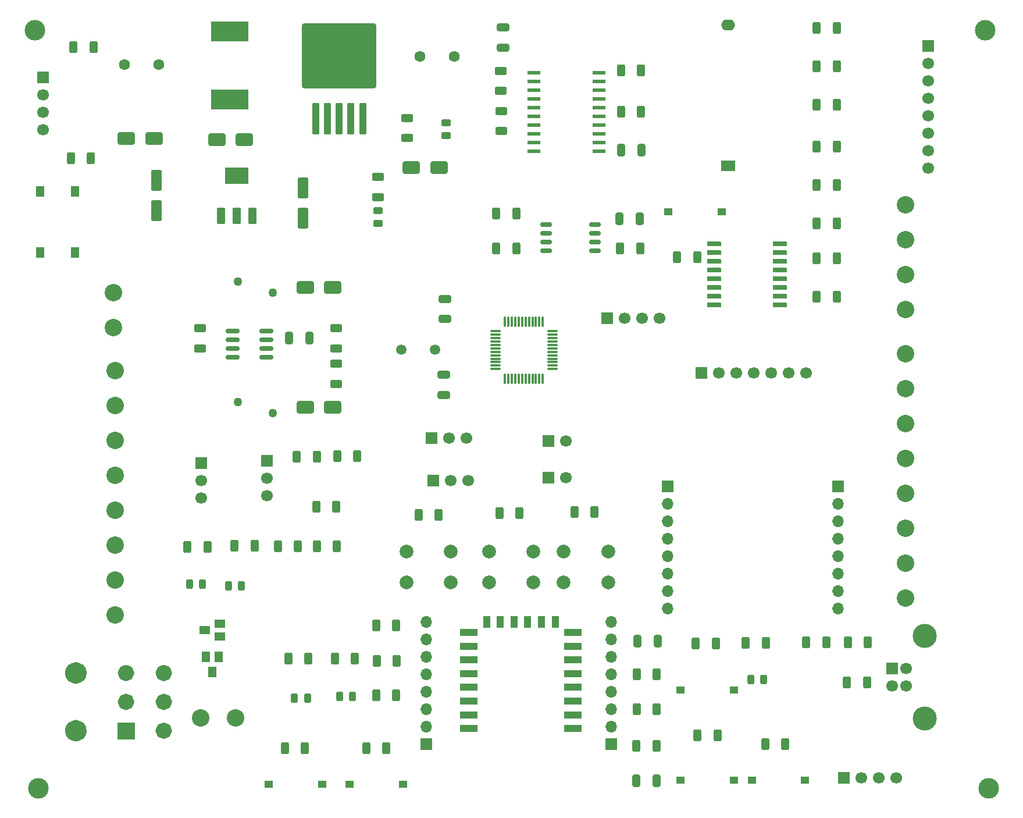
<source format=gbr>
%TF.GenerationSoftware,KiCad,Pcbnew,9.0.1*%
%TF.CreationDate,2025-08-26T10:13:58+03:00*%
%TF.ProjectId,Control_board,436f6e74-726f-46c5-9f62-6f6172642e6b,rev?*%
%TF.SameCoordinates,Original*%
%TF.FileFunction,Soldermask,Top*%
%TF.FilePolarity,Negative*%
%FSLAX46Y46*%
G04 Gerber Fmt 4.6, Leading zero omitted, Abs format (unit mm)*
G04 Created by KiCad (PCBNEW 9.0.1) date 2025-08-26 10:13:58*
%MOMM*%
%LPD*%
G01*
G04 APERTURE LIST*
G04 Aperture macros list*
%AMRoundRect*
0 Rectangle with rounded corners*
0 $1 Rounding radius*
0 $2 $3 $4 $5 $6 $7 $8 $9 X,Y pos of 4 corners*
0 Add a 4 corners polygon primitive as box body*
4,1,4,$2,$3,$4,$5,$6,$7,$8,$9,$2,$3,0*
0 Add four circle primitives for the rounded corners*
1,1,$1+$1,$2,$3*
1,1,$1+$1,$4,$5*
1,1,$1+$1,$6,$7*
1,1,$1+$1,$8,$9*
0 Add four rect primitives between the rounded corners*
20,1,$1+$1,$2,$3,$4,$5,0*
20,1,$1+$1,$4,$5,$6,$7,0*
20,1,$1+$1,$6,$7,$8,$9,0*
20,1,$1+$1,$8,$9,$2,$3,0*%
G04 Aperture macros list end*
%ADD10C,0.010000*%
%ADD11C,1.226200*%
%ADD12C,1.576200*%
%ADD13C,3.500000*%
%ADD14C,1.700000*%
%ADD15R,1.700000X1.700000*%
%ADD16C,1.500000*%
%ADD17C,3.000000*%
%ADD18RoundRect,0.162500X-0.650000X-0.162500X0.650000X-0.162500X0.650000X0.162500X-0.650000X0.162500X0*%
%ADD19RoundRect,0.250000X0.300000X-2.050000X0.300000X2.050000X-0.300000X2.050000X-0.300000X-2.050000X0*%
%ADD20RoundRect,0.250002X5.149998X-4.449998X5.149998X4.449998X-5.149998X4.449998X-5.149998X-4.449998X0*%
%ADD21RoundRect,0.250000X0.312500X0.625000X-0.312500X0.625000X-0.312500X-0.625000X0.312500X-0.625000X0*%
%ADD22RoundRect,0.250000X0.650000X-0.325000X0.650000X0.325000X-0.650000X0.325000X-0.650000X-0.325000X0*%
%ADD23RoundRect,0.250000X0.325000X0.650000X-0.325000X0.650000X-0.325000X-0.650000X0.325000X-0.650000X0*%
%ADD24R,1.250000X1.000000*%
%ADD25RoundRect,0.243750X0.456250X-0.243750X0.456250X0.243750X-0.456250X0.243750X-0.456250X-0.243750X0*%
%ADD26RoundRect,0.250000X-0.312500X-0.625000X0.312500X-0.625000X0.312500X0.625000X-0.312500X0.625000X0*%
%ADD27RoundRect,0.243750X-0.243750X-0.456250X0.243750X-0.456250X0.243750X0.456250X-0.243750X0.456250X0*%
%ADD28C,1.270000*%
%ADD29R,5.400000X2.900000*%
%ADD30RoundRect,0.250000X-0.325000X-0.650000X0.325000X-0.650000X0.325000X0.650000X-0.325000X0.650000X0*%
%ADD31RoundRect,0.250000X-1.000000X-0.650000X1.000000X-0.650000X1.000000X0.650000X-1.000000X0.650000X0*%
%ADD32R,1.879600X0.533400*%
%ADD33RoundRect,0.250000X0.625000X-0.312500X0.625000X0.312500X-0.625000X0.312500X-0.625000X-0.312500X0*%
%ADD34RoundRect,0.250000X0.550000X-1.250000X0.550000X1.250000X-0.550000X1.250000X-0.550000X-1.250000X0*%
%ADD35C,2.540000*%
%ADD36RoundRect,0.250000X-0.625000X0.312500X-0.625000X-0.312500X0.625000X-0.312500X0.625000X0.312500X0*%
%ADD37C,2.000000*%
%ADD38RoundRect,0.102000X0.500000X0.700000X-0.500000X0.700000X-0.500000X-0.700000X0.500000X-0.700000X0*%
%ADD39RoundRect,0.150000X-0.825000X-0.150000X0.825000X-0.150000X0.825000X0.150000X-0.825000X0.150000X0*%
%ADD40RoundRect,0.250000X-0.650000X0.325000X-0.650000X-0.325000X0.650000X-0.325000X0.650000X0.325000X0*%
%ADD41RoundRect,0.102000X0.700000X-0.500000X0.700000X0.500000X-0.700000X0.500000X-0.700000X-0.500000X0*%
%ADD42RoundRect,0.250000X1.000000X0.650000X-1.000000X0.650000X-1.000000X-0.650000X1.000000X-0.650000X0*%
%ADD43RoundRect,0.102000X-0.901700X-0.266700X0.901700X-0.266700X0.901700X0.266700X-0.901700X0.266700X0*%
%ADD44C,1.600000*%
%ADD45R,2.500000X1.000000*%
%ADD46R,1.000000X1.800000*%
%ADD47R,1.300000X1.500000*%
%ADD48O,1.700000X1.700000*%
%ADD49RoundRect,0.075000X-0.662500X-0.075000X0.662500X-0.075000X0.662500X0.075000X-0.662500X0.075000X0*%
%ADD50RoundRect,0.075000X-0.075000X-0.662500X0.075000X-0.662500X0.075000X0.662500X-0.075000X0.662500X0*%
%ADD51RoundRect,0.102000X0.475000X-1.075000X0.475000X1.075000X-0.475000X1.075000X-0.475000X-1.075000X0*%
%ADD52RoundRect,0.102000X1.625000X-1.075000X1.625000X1.075000X-1.625000X1.075000X-1.625000X-1.075000X0*%
%ADD53R,2.000000X1.600000*%
%ADD54O,2.000000X1.600000*%
G04 APERTURE END LIST*
D10*
%TO.C,J6*%
X80509800Y-149173800D02*
X78057400Y-149173800D01*
X78057400Y-146721400D01*
X80509800Y-146721400D01*
X80509800Y-149173800D01*
G36*
X80509800Y-149173800D02*
G01*
X78057400Y-149173800D01*
X78057400Y-146721400D01*
X80509800Y-146721400D01*
X80509800Y-149173800D01*
G37*
D11*
X85396700Y-147947600D02*
G75*
G02*
X84170500Y-147947600I-613100J0D01*
G01*
X84170500Y-147947600D02*
G75*
G02*
X85396700Y-147947600I613100J0D01*
G01*
X85396700Y-143747600D02*
G75*
G02*
X84170500Y-143747600I-613100J0D01*
G01*
X84170500Y-143747600D02*
G75*
G02*
X85396700Y-143747600I613100J0D01*
G01*
X85396700Y-139547600D02*
G75*
G02*
X84170500Y-139547600I-613100J0D01*
G01*
X84170500Y-139547600D02*
G75*
G02*
X85396700Y-139547600I613100J0D01*
G01*
X79896700Y-143747600D02*
G75*
G02*
X78670500Y-143747600I-613100J0D01*
G01*
X78670500Y-143747600D02*
G75*
G02*
X79896700Y-143747600I613100J0D01*
G01*
X79896700Y-139547600D02*
G75*
G02*
X78670500Y-139547600I-613100J0D01*
G01*
X78670500Y-139547600D02*
G75*
G02*
X79896700Y-139547600I613100J0D01*
G01*
D12*
X72771700Y-147947600D02*
G75*
G02*
X71195500Y-147947600I-788100J0D01*
G01*
X71195500Y-147947600D02*
G75*
G02*
X72771700Y-147947600I788100J0D01*
G01*
X72771700Y-139547600D02*
G75*
G02*
X71195500Y-139547600I-788100J0D01*
G01*
X71195500Y-139547600D02*
G75*
G02*
X72771700Y-139547600I788100J0D01*
G01*
%TD*%
D13*
%TO.C,J8*%
X195565600Y-146157200D03*
X195565600Y-134117200D03*
D14*
X192855600Y-138887200D03*
X192855600Y-141387200D03*
X190855600Y-141387200D03*
D15*
X190855600Y-138887200D03*
%TD*%
D16*
%TO.C,Y1*%
X124268400Y-92456000D03*
X119368400Y-92456000D03*
%TD*%
D17*
%TO.C,H1*%
X204339200Y-45974000D03*
%TD*%
%TO.C,H2*%
X204876400Y-156311600D03*
%TD*%
%TO.C,H3*%
X66526400Y-156311600D03*
%TD*%
%TO.C,H4*%
X65989200Y-45974000D03*
%TD*%
%TO.C,J6*%
X71983600Y-147947600D03*
X71983600Y-139547600D03*
%TD*%
D18*
%TO.C,U1*%
X147594900Y-74309400D03*
X147594900Y-75579400D03*
X147594900Y-76849400D03*
X147594900Y-78119400D03*
X140419900Y-78119400D03*
X140419900Y-76849400D03*
X140419900Y-75579400D03*
X140419900Y-74309400D03*
%TD*%
D19*
%TO.C,U2*%
X113736400Y-58842500D03*
X112036400Y-58842500D03*
D20*
X110336400Y-49692500D03*
D19*
X110336400Y-58842500D03*
X108636400Y-58842500D03*
X106936400Y-58842500D03*
%TD*%
D21*
%TO.C,R2*%
X136109900Y-72669400D03*
X133184900Y-72669400D03*
%TD*%
D22*
%TO.C,C6*%
X134137400Y-48566600D03*
X134137400Y-45616600D03*
%TD*%
D21*
%TO.C,R18*%
X182767700Y-84785200D03*
X179842700Y-84785200D03*
%TD*%
D23*
%TO.C,C1*%
X154040100Y-73482200D03*
X151090100Y-73482200D03*
%TD*%
D24*
%TO.C,SW1*%
X158240500Y-72390000D03*
X165990500Y-72390000D03*
%TD*%
D15*
%TO.C,JP3*%
X140817600Y-105816400D03*
D14*
X143357600Y-105816400D03*
%TD*%
D25*
%TO.C,D3*%
X125907800Y-61309300D03*
X125907800Y-59434300D03*
%TD*%
D26*
%TO.C,R36*%
X162483300Y-148640800D03*
X165408300Y-148640800D03*
%TD*%
D27*
%TO.C,D11*%
X170235400Y-140512800D03*
X172110400Y-140512800D03*
%TD*%
D26*
%TO.C,R43*%
X153568400Y-150114000D03*
X156493400Y-150114000D03*
%TD*%
%TO.C,R30*%
X106995500Y-115316000D03*
X109920500Y-115316000D03*
%TD*%
D28*
%TO.C,TH1*%
X95581400Y-100114200D03*
X100681400Y-101714200D03*
%TD*%
D21*
%TO.C,R5*%
X118607300Y-142748000D03*
X115682300Y-142748000D03*
%TD*%
D29*
%TO.C,L1*%
X94386400Y-56052500D03*
X94386400Y-46152500D03*
%TD*%
D30*
%TO.C,C11*%
X153564800Y-155244800D03*
X156514800Y-155244800D03*
%TD*%
D15*
%TO.C,JP1*%
X90220800Y-108966000D03*
D14*
X90220800Y-111506000D03*
X90220800Y-114046000D03*
%TD*%
D15*
%TO.C,J1*%
X196037200Y-48260000D03*
D14*
X196037200Y-50800000D03*
X196037200Y-53340000D03*
X196037200Y-55880000D03*
X196037200Y-58420000D03*
X196037200Y-60960000D03*
X196037200Y-63500000D03*
X196037200Y-66040000D03*
%TD*%
D31*
%TO.C,D6*%
X105372400Y-100914200D03*
X109372400Y-100914200D03*
%TD*%
D32*
%TO.C,U8*%
X138639500Y-52171600D03*
X138639500Y-53441600D03*
X138639500Y-54711600D03*
X138639500Y-55981600D03*
X138639500Y-57251600D03*
X138639500Y-58521600D03*
X138639500Y-59791600D03*
X138639500Y-61061600D03*
X138639500Y-62331600D03*
X138639500Y-63601600D03*
X148113700Y-63601600D03*
X148113700Y-62331600D03*
X148113700Y-61061600D03*
X148113700Y-59791600D03*
X148113700Y-58521600D03*
X148113700Y-57251600D03*
X148113700Y-55981600D03*
X148113700Y-54711600D03*
X148113700Y-53441600D03*
X148113700Y-52171600D03*
%TD*%
D15*
%TO.C,JP6*%
X123799600Y-105359200D03*
D14*
X126339600Y-105359200D03*
X128879600Y-105359200D03*
%TD*%
D15*
%TO.C,JP2*%
X99771200Y-108661200D03*
D14*
X99771200Y-111201200D03*
X99771200Y-113741200D03*
%TD*%
D26*
%TO.C,R35*%
X178318700Y-135077200D03*
X181243700Y-135077200D03*
%TD*%
D33*
%TO.C,R4*%
X120192800Y-61694300D03*
X120192800Y-58769300D03*
%TD*%
D28*
%TO.C,TH2*%
X95581400Y-82626200D03*
X100681400Y-84226200D03*
%TD*%
D21*
%TO.C,R12*%
X182767700Y-56845200D03*
X179842700Y-56845200D03*
%TD*%
%TO.C,R39*%
X165140100Y-135269700D03*
X162215100Y-135269700D03*
%TD*%
D26*
%TO.C,R45*%
X114241200Y-150469600D03*
X117166200Y-150469600D03*
%TD*%
%TO.C,R29*%
X107057000Y-121107200D03*
X109982000Y-121107200D03*
%TD*%
D27*
%TO.C,D13*%
X110371600Y-142951200D03*
X112246600Y-142951200D03*
%TD*%
D34*
%TO.C,C4*%
X105054400Y-73335500D03*
X105054400Y-68935500D03*
%TD*%
D33*
%TO.C,R32*%
X133858000Y-54842600D03*
X133858000Y-51917600D03*
%TD*%
D26*
%TO.C,R24*%
X71232300Y-64668400D03*
X74157300Y-64668400D03*
%TD*%
D35*
%TO.C,J4*%
X77673200Y-95554800D03*
X77673200Y-100634800D03*
X77673200Y-105714800D03*
X77673200Y-110794800D03*
X77693200Y-115874800D03*
X77693200Y-120954800D03*
X77693200Y-126034800D03*
X77693200Y-131114800D03*
%TD*%
D36*
%TO.C,R6*%
X115976400Y-67354500D03*
X115976400Y-70279500D03*
%TD*%
D37*
%TO.C,SW9*%
X143007400Y-121854400D03*
X149507400Y-121854400D03*
X143007400Y-126354400D03*
X149507400Y-126354400D03*
%TD*%
D26*
%TO.C,R33*%
X184374600Y-135077200D03*
X187299600Y-135077200D03*
%TD*%
D31*
%TO.C,D5*%
X105372400Y-83426200D03*
X109372400Y-83426200D03*
%TD*%
D22*
%TO.C,C9*%
X125730000Y-88040000D03*
X125730000Y-85090000D03*
%TD*%
D26*
%TO.C,R50*%
X144575800Y-116128800D03*
X147500800Y-116128800D03*
%TD*%
D38*
%TO.C,T1*%
X92781200Y-137210800D03*
X90881200Y-137210800D03*
X91831200Y-139410800D03*
%TD*%
D21*
%TO.C,R41*%
X118719600Y-137769600D03*
X115794600Y-137769600D03*
%TD*%
%TO.C,R44*%
X118618000Y-132638800D03*
X115693000Y-132638800D03*
%TD*%
%TO.C,R7*%
X154279600Y-51866800D03*
X151354600Y-51866800D03*
%TD*%
D39*
%TO.C,U10*%
X94807000Y-89789000D03*
X94807000Y-91059000D03*
X94807000Y-92329000D03*
X94807000Y-93599000D03*
X99757000Y-93599000D03*
X99757000Y-92329000D03*
X99757000Y-91059000D03*
X99757000Y-89789000D03*
%TD*%
D26*
%TO.C,R28*%
X88210200Y-121158000D03*
X91135200Y-121158000D03*
%TD*%
%TO.C,R47*%
X109677200Y-137464800D03*
X112602200Y-137464800D03*
%TD*%
D24*
%TO.C,SW6*%
X111842400Y-155702000D03*
X119592400Y-155702000D03*
%TD*%
D15*
%TO.C,U9*%
X149301200Y-87884000D03*
D14*
X151841200Y-87884000D03*
X154381200Y-87884000D03*
X156921200Y-87884000D03*
%TD*%
D27*
%TO.C,D8*%
X88572100Y-126644400D03*
X90447100Y-126644400D03*
%TD*%
D21*
%TO.C,R11*%
X182767700Y-51257200D03*
X179842700Y-51257200D03*
%TD*%
D26*
%TO.C,R26*%
X172335000Y-149910800D03*
X175260000Y-149910800D03*
%TD*%
D37*
%TO.C,SW8*%
X132110800Y-121854400D03*
X138610800Y-121854400D03*
X132110800Y-126354400D03*
X138610800Y-126354400D03*
%TD*%
D26*
%TO.C,R48*%
X121890600Y-116535200D03*
X124815600Y-116535200D03*
%TD*%
D33*
%TO.C,R20*%
X109880400Y-92282200D03*
X109880400Y-89357200D03*
%TD*%
D36*
%TO.C,R21*%
X90068400Y-89357200D03*
X90068400Y-92282200D03*
%TD*%
D35*
%TO.C,J3*%
X77466800Y-84176800D03*
X77466800Y-89256800D03*
%TD*%
D21*
%TO.C,R38*%
X156544200Y-139750800D03*
X153619200Y-139750800D03*
%TD*%
D30*
%TO.C,C12*%
X153719000Y-134924800D03*
X156669000Y-134924800D03*
%TD*%
D37*
%TO.C,SW7*%
X120092400Y-121854400D03*
X126592400Y-121854400D03*
X120092400Y-126354400D03*
X126592400Y-126354400D03*
%TD*%
D40*
%TO.C,C8*%
X125576300Y-96135600D03*
X125576300Y-99085600D03*
%TD*%
D21*
%TO.C,R16*%
X182767700Y-74117200D03*
X179842700Y-74117200D03*
%TD*%
D35*
%TO.C,J2*%
X192790000Y-86645100D03*
X192790000Y-81565100D03*
X192790000Y-76485100D03*
X192790000Y-71405100D03*
%TD*%
D15*
%TO.C,JP5*%
X124053600Y-111506000D03*
D14*
X126593600Y-111506000D03*
X129133600Y-111506000D03*
%TD*%
D24*
%TO.C,SW4*%
X160005800Y-155143200D03*
X167755800Y-155143200D03*
%TD*%
D21*
%TO.C,R3*%
X136109900Y-77749400D03*
X133184900Y-77749400D03*
%TD*%
D35*
%TO.C,J9*%
X90171300Y-146053200D03*
X95251300Y-146053200D03*
%TD*%
D26*
%TO.C,R34*%
X184222200Y-140919200D03*
X187147200Y-140919200D03*
%TD*%
D21*
%TO.C,R14*%
X182767700Y-68529200D03*
X179842700Y-68529200D03*
%TD*%
D15*
%TO.C,U11*%
X67183000Y-52882800D03*
D14*
X67183000Y-55422800D03*
X67183000Y-57962800D03*
X67183000Y-60502800D03*
%TD*%
D41*
%TO.C,T2*%
X92979600Y-134249200D03*
X92979600Y-132349200D03*
X90779600Y-133299200D03*
%TD*%
D27*
%TO.C,D9*%
X94234000Y-126898400D03*
X96109000Y-126898400D03*
%TD*%
D42*
%TO.C,D10*%
X83349600Y-61745100D03*
X79349600Y-61745100D03*
%TD*%
D26*
%TO.C,R25*%
X102394100Y-150469600D03*
X105319100Y-150469600D03*
%TD*%
D43*
%TO.C,U12*%
X164947600Y-77114400D03*
X164947600Y-78384400D03*
X164947600Y-79654400D03*
X164947600Y-80924400D03*
X164947600Y-82194400D03*
X164947600Y-83464400D03*
X164947600Y-84734400D03*
X164947600Y-86004400D03*
X174498000Y-86004400D03*
X174498000Y-84734400D03*
X174498000Y-83464400D03*
X174498000Y-82194400D03*
X174498000Y-80924400D03*
X174498000Y-79654400D03*
X174498000Y-78384400D03*
X174498000Y-77114400D03*
%TD*%
D25*
%TO.C,D4*%
X115976400Y-74089500D03*
X115976400Y-72214500D03*
%TD*%
D44*
%TO.C,C2*%
X122072400Y-49807100D03*
X127072400Y-49807100D03*
%TD*%
D26*
%TO.C,R23*%
X71638700Y-48488600D03*
X74563700Y-48488600D03*
%TD*%
%TO.C,R46*%
X102920800Y-137464800D03*
X105845800Y-137464800D03*
%TD*%
D21*
%TO.C,R37*%
X172444600Y-135178800D03*
X169519600Y-135178800D03*
%TD*%
D44*
%TO.C,C3*%
X79095600Y-51026300D03*
X84095600Y-51026300D03*
%TD*%
D15*
%TO.C,J7*%
X183794400Y-154838400D03*
D14*
X186334400Y-154838400D03*
X188874400Y-154838400D03*
X191414400Y-154838400D03*
%TD*%
D35*
%TO.C,J5*%
X192786200Y-128625600D03*
X192786200Y-123545600D03*
X192786200Y-118465600D03*
X192786200Y-113385600D03*
X192766200Y-108305600D03*
X192766200Y-103225600D03*
X192766200Y-98145600D03*
X192766200Y-93065600D03*
%TD*%
D45*
%TO.C,U14*%
X144375200Y-147630800D03*
X144375200Y-145630800D03*
X144375200Y-143630800D03*
X144375200Y-141630800D03*
X144375200Y-139630800D03*
X144375200Y-137630800D03*
X144375200Y-135630800D03*
X144375200Y-133630800D03*
D46*
X141775200Y-132130800D03*
X139775200Y-132130800D03*
X137775200Y-132130800D03*
X135775200Y-132130800D03*
X133775200Y-132130800D03*
X131775200Y-132130800D03*
D45*
X129175200Y-133630800D03*
X129175200Y-135630800D03*
X129175200Y-137630800D03*
X129175200Y-139630800D03*
X129175200Y-141630800D03*
X129175200Y-143630800D03*
X129175200Y-145630800D03*
X129175200Y-147630800D03*
%TD*%
D26*
%TO.C,R27*%
X104150700Y-108051600D03*
X107075700Y-108051600D03*
%TD*%
D47*
%TO.C,D7*%
X71841200Y-69464000D03*
X66741200Y-69464000D03*
X66741200Y-78364000D03*
X71841200Y-78364000D03*
%TD*%
D15*
%TO.C,JP4*%
X140761800Y-111150400D03*
D14*
X143301800Y-111150400D03*
%TD*%
D27*
%TO.C,D12*%
X103813800Y-143213200D03*
X105688800Y-143213200D03*
%TD*%
D26*
%TO.C,R42*%
X153629900Y-144780000D03*
X156554900Y-144780000D03*
%TD*%
D15*
%TO.C,U7*%
X163017200Y-95859600D03*
D14*
X165557200Y-95859600D03*
X168097200Y-95859600D03*
X170637200Y-95859600D03*
X173177200Y-95859600D03*
X175717200Y-95859600D03*
X178257200Y-95859600D03*
%TD*%
D26*
%TO.C,R10*%
X95097600Y-121056400D03*
X98022600Y-121056400D03*
%TD*%
%TO.C,R49*%
X133653800Y-116281200D03*
X136578800Y-116281200D03*
%TD*%
D24*
%TO.C,SW5*%
X160005800Y-141986000D03*
X167755800Y-141986000D03*
%TD*%
D26*
%TO.C,R15*%
X101407500Y-121107200D03*
X104332500Y-121107200D03*
%TD*%
D34*
%TO.C,C5*%
X83718400Y-72225500D03*
X83718400Y-67825500D03*
%TD*%
D48*
%TO.C,U4*%
X149908400Y-147338400D03*
X149908400Y-144798400D03*
X123008400Y-132098400D03*
X123008400Y-139718400D03*
X123008400Y-137178400D03*
X123008400Y-142258400D03*
X123008400Y-144798400D03*
X149908400Y-137178400D03*
X149908400Y-134638400D03*
X149908400Y-139718400D03*
X123008400Y-134638400D03*
X149908400Y-142258400D03*
D15*
X149908400Y-149878400D03*
D48*
X123008400Y-147338400D03*
D15*
X123008400Y-149878400D03*
D48*
X149908400Y-132098400D03*
%TD*%
D24*
%TO.C,SW3*%
X170398400Y-155143200D03*
X178148400Y-155143200D03*
%TD*%
%TO.C,SW2*%
X100091200Y-155702000D03*
X107841200Y-155702000D03*
%TD*%
D21*
%TO.C,R9*%
X182767700Y-45669200D03*
X179842700Y-45669200D03*
%TD*%
D49*
%TO.C,U6*%
X133048300Y-89807600D03*
X133048300Y-90307600D03*
X133048300Y-90807600D03*
X133048300Y-91307600D03*
X133048300Y-91807600D03*
X133048300Y-92307600D03*
X133048300Y-92807600D03*
X133048300Y-93307600D03*
X133048300Y-93807600D03*
X133048300Y-94307600D03*
X133048300Y-94807600D03*
X133048300Y-95307600D03*
D50*
X134460800Y-96720100D03*
X134960800Y-96720100D03*
X135460800Y-96720100D03*
X135960800Y-96720100D03*
X136460800Y-96720100D03*
X136960800Y-96720100D03*
X137460800Y-96720100D03*
X137960800Y-96720100D03*
X138460800Y-96720100D03*
X138960800Y-96720100D03*
X139460800Y-96720100D03*
X139960800Y-96720100D03*
D49*
X141373300Y-95307600D03*
X141373300Y-94807600D03*
X141373300Y-94307600D03*
X141373300Y-93807600D03*
X141373300Y-93307600D03*
X141373300Y-92807600D03*
X141373300Y-92307600D03*
X141373300Y-91807600D03*
X141373300Y-91307600D03*
X141373300Y-90807600D03*
X141373300Y-90307600D03*
X141373300Y-89807600D03*
D50*
X139960800Y-88395100D03*
X139460800Y-88395100D03*
X138960800Y-88395100D03*
X138460800Y-88395100D03*
X137960800Y-88395100D03*
X137460800Y-88395100D03*
X136960800Y-88395100D03*
X136460800Y-88395100D03*
X135960800Y-88395100D03*
X135460800Y-88395100D03*
X134960800Y-88395100D03*
X134460800Y-88395100D03*
%TD*%
D42*
%TO.C,D2*%
X96481400Y-61897500D03*
X92481400Y-61897500D03*
%TD*%
D26*
%TO.C,R31*%
X110032800Y-108000800D03*
X112957800Y-108000800D03*
%TD*%
D33*
%TO.C,R22*%
X109880400Y-97485200D03*
X109880400Y-94560200D03*
%TD*%
D31*
%TO.C,D1*%
X120834400Y-65961500D03*
X124834400Y-65961500D03*
%TD*%
D21*
%TO.C,R8*%
X154264500Y-57886600D03*
X151339500Y-57886600D03*
%TD*%
D26*
%TO.C,R19*%
X159535400Y-79044800D03*
X162460400Y-79044800D03*
%TD*%
D51*
%TO.C,U13*%
X93102400Y-72976300D03*
X95402400Y-72976300D03*
X97702400Y-72976300D03*
D52*
X95402400Y-67176300D03*
%TD*%
D30*
%TO.C,C10*%
X103050400Y-90819700D03*
X106000400Y-90819700D03*
%TD*%
D53*
%TO.C,BT1*%
X166979500Y-65717800D03*
D54*
X166979500Y-45217800D03*
%TD*%
D21*
%TO.C,R13*%
X182767700Y-62941200D03*
X179842700Y-62941200D03*
%TD*%
%TO.C,R17*%
X182767700Y-79197200D03*
X179842700Y-79197200D03*
%TD*%
D48*
%TO.C,U3*%
X158118100Y-117433000D03*
X182968100Y-127593000D03*
X182968100Y-125053000D03*
X158118100Y-122513000D03*
X158118100Y-125053000D03*
X158118100Y-127593000D03*
X158118100Y-130133000D03*
D15*
X158118100Y-112353000D03*
D48*
X158118100Y-114893000D03*
D15*
X182968100Y-112353000D03*
D48*
X182968100Y-130133000D03*
X182968100Y-119973000D03*
X182968100Y-117433000D03*
X182968100Y-114893000D03*
X158118100Y-119973000D03*
X182968100Y-122513000D03*
%TD*%
D26*
%TO.C,R1*%
X151214900Y-77749400D03*
X154139900Y-77749400D03*
%TD*%
D30*
%TO.C,C7*%
X151392900Y-63449200D03*
X154342900Y-63449200D03*
%TD*%
D33*
%TO.C,R40*%
X133908800Y-60695300D03*
X133908800Y-57770300D03*
%TD*%
M02*

</source>
